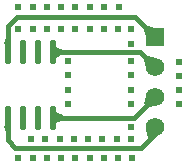
<source format=gtl>
G04 Layer: TopLayer*
G04 EasyEDA v6.5.40, 2024-04-23 11:12:17*
G04 45372c239a9944829bc47fabed68c66d,2d5800d2cc32464ebd88bb1e24ba3ef2,10*
G04 Gerber Generator version 0.2*
G04 Scale: 100 percent, Rotated: No, Reflected: No *
G04 Dimensions in millimeters *
G04 leading zeros omitted , absolute positions ,4 integer and 5 decimal *
%FSLAX45Y45*%
%MOMM*%

%ADD10C,0.3810*%
%ADD11O,0.58801X2.0450048*%
%ADD12R,1.5748X1.5748*%
%ADD13C,1.5748*%
%ADD14C,0.6096*%

%LPD*%
G36*
X2007768Y9385655D02*
G01*
X1980844Y9358731D01*
X1991512Y9291472D01*
X2075027Y9374987D01*
G37*
G36*
X1991512Y9047327D02*
G01*
X1980844Y8980068D01*
X2007768Y8953144D01*
X2075027Y8963812D01*
G37*
G36*
X1996693Y8759952D02*
G01*
X2013356Y8695080D01*
X2052726Y8680551D01*
X2107488Y8719108D01*
G37*
G36*
X1998116Y9649358D02*
G01*
X1971141Y9622383D01*
X1991360Y9561779D01*
X2058720Y9629140D01*
G37*
G36*
X1235913Y9468967D02*
G01*
X1235913Y9373717D01*
X1293063Y9402318D01*
X1293063Y9440418D01*
G37*
G36*
X806450Y9551263D02*
G01*
X796086Y9494113D01*
X854913Y9494113D01*
X844550Y9551263D01*
G37*
G36*
X1235913Y8914282D02*
G01*
X1235913Y8819032D01*
X1293063Y8847582D01*
X1293063Y8885682D01*
G37*
G36*
X796086Y8793886D02*
G01*
X806450Y8736736D01*
X844550Y8736736D01*
X854913Y8793886D01*
G37*
D10*
X825500Y8866631D02*
G01*
X825500Y8674100D01*
X889000Y8610600D01*
X1955800Y8610600D01*
X2070100Y8724900D01*
X2070100Y8788400D01*
X825500Y9421368D02*
G01*
X825500Y9639300D01*
X901700Y9715500D01*
X1905000Y9715500D01*
X2070100Y9550400D01*
X1206500Y8866631D02*
G01*
X1390142Y8866631D01*
X1894331Y8866631D01*
X2070100Y9042400D01*
X1206500Y9421368D02*
G01*
X1535684Y9421368D01*
X1945131Y9421368D01*
X2070100Y9296400D01*
D11*
G01*
X1206500Y9421240D03*
G01*
X1079500Y9421240D03*
G01*
X952500Y9421240D03*
G01*
X825500Y9421240D03*
G01*
X1206500Y8866759D03*
G01*
X1079500Y8866759D03*
G01*
X952500Y8866759D03*
G01*
X825500Y8866759D03*
D12*
G01*
X2070100Y9550400D03*
D13*
G01*
X2070100Y9296400D03*
G01*
X2070100Y9042400D03*
G01*
X2070100Y8788400D03*
D14*
G01*
X914400Y9613900D03*
G01*
X1035050Y9613900D03*
G01*
X1155700Y9613900D03*
G01*
X1276350Y9613900D03*
G01*
X1397000Y9613900D03*
G01*
X1517650Y9613900D03*
G01*
X1638300Y9613900D03*
G01*
X1758950Y9613900D03*
G01*
X1866900Y9613900D03*
G01*
X1866900Y8686800D03*
G01*
X1746250Y8686800D03*
G01*
X1625600Y8686800D03*
G01*
X1504950Y8686800D03*
G01*
X1384300Y8686800D03*
G01*
X1263650Y8686800D03*
G01*
X1143000Y8686800D03*
G01*
X1022350Y8686800D03*
G01*
X914400Y8521700D03*
G01*
X1035050Y8521700D03*
G01*
X1155700Y8521700D03*
G01*
X1276350Y8521700D03*
G01*
X1397000Y8521700D03*
G01*
X1517650Y8521700D03*
G01*
X1638300Y8521700D03*
G01*
X1758950Y8521700D03*
G01*
X1879600Y8521700D03*
G01*
X1866900Y9486900D03*
G01*
X1866900Y9347200D03*
G01*
X1866900Y9224441D03*
G01*
X1866900Y9101658D03*
G01*
X1866900Y8978900D03*
G01*
X1866900Y8788400D03*
G01*
X1638300Y9804400D03*
G01*
X1517650Y9804400D03*
G01*
X1397000Y9804400D03*
G01*
X1276350Y9804400D03*
G01*
X1155700Y9804400D03*
G01*
X1035050Y9804400D03*
G01*
X914400Y9804400D03*
G01*
X1333500Y8978900D03*
G01*
X1333500Y9101658D03*
G01*
X1333500Y9224441D03*
G01*
X1333500Y9347200D03*
G01*
X1765300Y9804400D03*
G01*
X2273300Y9220200D03*
G01*
X2273300Y9099550D03*
G01*
X2273300Y8978900D03*
G01*
X2273300Y9340850D03*
M02*

</source>
